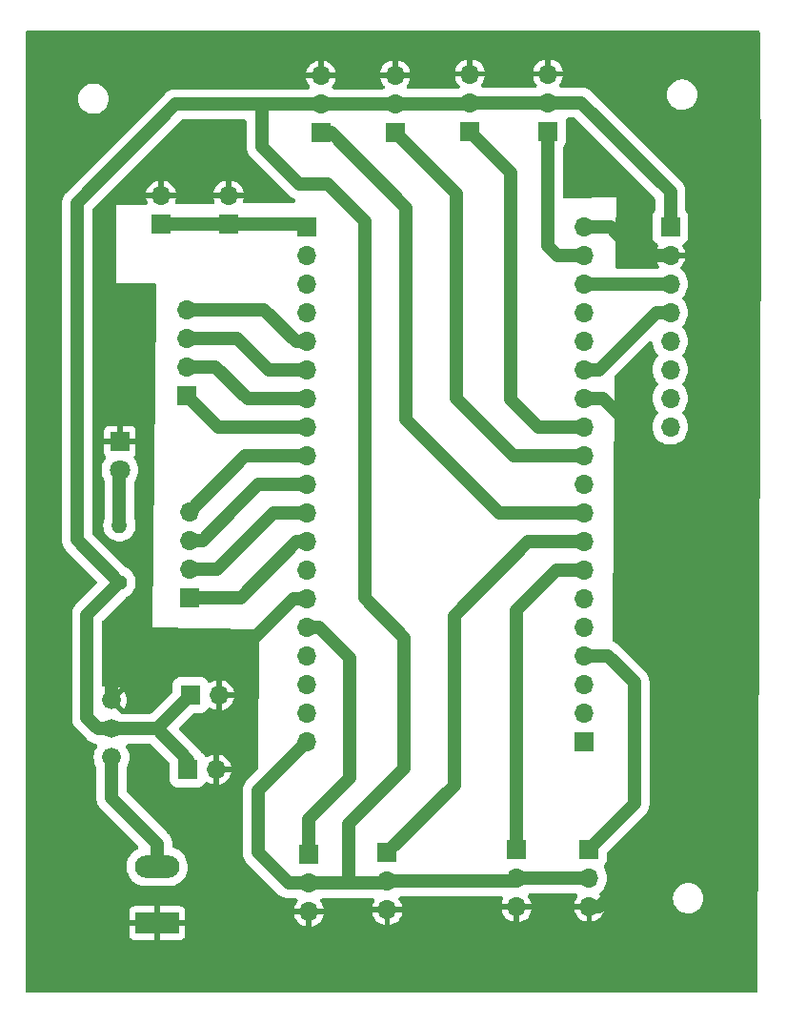
<source format=gbr>
%TF.GenerationSoftware,KiCad,Pcbnew,7.0.1*%
%TF.CreationDate,2023-10-13T19:27:18+02:00*%
%TF.ProjectId,PCB_ESP32,5043425f-4553-4503-9332-2e6b69636164,rev?*%
%TF.SameCoordinates,Original*%
%TF.FileFunction,Copper,L2,Bot*%
%TF.FilePolarity,Positive*%
%FSLAX46Y46*%
G04 Gerber Fmt 4.6, Leading zero omitted, Abs format (unit mm)*
G04 Created by KiCad (PCBNEW 7.0.1) date 2023-10-13 19:27:18*
%MOMM*%
%LPD*%
G01*
G04 APERTURE LIST*
%TA.AperFunction,ComponentPad*%
%ADD10R,1.700000X1.700000*%
%TD*%
%TA.AperFunction,ComponentPad*%
%ADD11O,1.700000X1.700000*%
%TD*%
%TA.AperFunction,ComponentPad*%
%ADD12R,1.800000X1.800000*%
%TD*%
%TA.AperFunction,ComponentPad*%
%ADD13C,1.800000*%
%TD*%
%TA.AperFunction,ComponentPad*%
%ADD14R,3.960000X1.980000*%
%TD*%
%TA.AperFunction,ComponentPad*%
%ADD15O,3.960000X1.980000*%
%TD*%
%TA.AperFunction,ComponentPad*%
%ADD16C,1.676400*%
%TD*%
%TA.AperFunction,ComponentPad*%
%ADD17C,1.400000*%
%TD*%
%TA.AperFunction,ComponentPad*%
%ADD18O,1.400000X1.400000*%
%TD*%
%TA.AperFunction,Conductor*%
%ADD19C,1.200000*%
%TD*%
G04 APERTURE END LIST*
D10*
%TO.P,J17,1,Pin_1*%
%TO.N,3V3*%
X104350000Y-104225000D03*
D11*
%TO.P,J17,2,Pin_2*%
%TO.N,GND*%
X104350000Y-101685000D03*
%TD*%
D10*
%TO.P,KNEE_L1,1,Pin_1*%
%TO.N,G17*%
X118550000Y-96140000D03*
D11*
%TO.P,KNEE_L1,2,Pin_2*%
%TO.N,VCC*%
X118550000Y-93600000D03*
%TO.P,KNEE_L1,3,Pin_3*%
%TO.N,GND*%
X118550000Y-91060000D03*
%TD*%
D10*
%TO.P,GAL_R1,1,Pin_1*%
%TO.N,G14*%
X106850000Y-137390000D03*
D11*
%TO.P,GAL_R1,2,Pin_2*%
%TO.N,G27*%
X106850000Y-134850000D03*
%TO.P,GAL_R1,3,Pin_3*%
%TO.N,G26*%
X106850000Y-132310000D03*
%TO.P,GAL_R1,4,Pin_4*%
%TO.N,G25*%
X106850000Y-129770000D03*
%TD*%
D10*
%TO.P,J18,1,Pin_1*%
%TO.N,VCC*%
X106975000Y-146050000D03*
D11*
%TO.P,J18,2,Pin_2*%
%TO.N,GND*%
X109515000Y-146050000D03*
%TD*%
D10*
%TO.P,HIP2_L1,1,Pin_1*%
%TO.N,G4*%
X135950000Y-159800000D03*
D11*
%TO.P,HIP2_L1,2,Pin_2*%
%TO.N,VCC*%
X135950000Y-162340000D03*
%TO.P,HIP2_L1,3,Pin_3*%
%TO.N,GND*%
X135950000Y-164880000D03*
%TD*%
D10*
%TO.P,J16,1,Pin_1*%
%TO.N,3V3*%
X110350000Y-104200000D03*
D11*
%TO.P,J16,2,Pin_2*%
%TO.N,GND*%
X110350000Y-101660000D03*
%TD*%
D10*
%TO.P,J2,1,Pin_1*%
%TO.N,VCC*%
X149600000Y-104450000D03*
D11*
%TO.P,J2,2,Pin_2*%
%TO.N,GND*%
X149600000Y-106990000D03*
%TO.P,J2,3,Pin_3*%
%TO.N,G22*%
X149600000Y-109530000D03*
%TO.P,J2,4,Pin_4*%
%TO.N,G21*%
X149600000Y-112070000D03*
%TO.P,J2,5,Pin_5*%
%TO.N,unconnected-(J2-Pin_5-Pad5)*%
X149600000Y-114610000D03*
%TO.P,J2,6,Pin_6*%
%TO.N,unconnected-(J2-Pin_6-Pad6)*%
X149600000Y-117150000D03*
%TO.P,J2,7,Pin_7*%
%TO.N,unconnected-(J2-Pin_7-Pad7)*%
X149600000Y-119690000D03*
%TO.P,J2,8,Pin_8*%
%TO.N,unconnected-(J2-Pin_8-Pad8)*%
X149600000Y-122230000D03*
%TD*%
D10*
%TO.P,J4,1,Pin_1*%
%TO.N,CLK*%
X141900000Y-150200000D03*
D11*
%TO.P,J4,2,Pin_2*%
%TO.N,SD0*%
X141900000Y-147660000D03*
%TO.P,J4,3,Pin_3*%
%TO.N,SD1*%
X141900000Y-145120000D03*
%TO.P,J4,4,Pin_4*%
%TO.N,G15*%
X141900000Y-142580000D03*
%TO.P,J4,5,Pin_5*%
%TO.N,G2*%
X141900000Y-140040000D03*
%TO.P,J4,6,Pin_6*%
%TO.N,G0*%
X141900000Y-137500000D03*
%TO.P,J4,7,Pin_7*%
%TO.N,G4*%
X141900000Y-134960000D03*
%TO.P,J4,8,Pin_8*%
%TO.N,G16*%
X141900000Y-132420000D03*
%TO.P,J4,9,Pin_9*%
%TO.N,G17*%
X141900000Y-129880000D03*
%TO.P,J4,10,Pin_10*%
%TO.N,G5*%
X141900000Y-127340000D03*
%TO.P,J4,11,Pin_11*%
%TO.N,G18*%
X141900000Y-124800000D03*
%TO.P,J4,12,Pin_12*%
%TO.N,G19*%
X141900000Y-122260000D03*
%TO.P,J4,13,Pin_13*%
%TO.N,GND*%
X141900000Y-119720000D03*
%TO.P,J4,14,Pin_14*%
%TO.N,G21*%
X141900000Y-117180000D03*
%TO.P,J4,15,Pin_15*%
%TO.N,RX0*%
X141900000Y-114640000D03*
%TO.P,J4,16,Pin_16*%
%TO.N,TX0*%
X141900000Y-112100000D03*
%TO.P,J4,17,Pin_17*%
%TO.N,G22*%
X141900000Y-109560000D03*
%TO.P,J4,18,Pin_18*%
%TO.N,G23*%
X141900000Y-107020000D03*
%TO.P,J4,19,Pin_19*%
%TO.N,GND*%
X141900000Y-104480000D03*
%TD*%
D10*
%TO.P,HIP2_R1,1,Pin_1*%
%TO.N,G16*%
X124450000Y-160050000D03*
D11*
%TO.P,HIP2_R1,2,Pin_2*%
%TO.N,VCC*%
X124450000Y-162590000D03*
%TO.P,HIP2_R1,3,Pin_3*%
%TO.N,GND*%
X124450000Y-165130000D03*
%TD*%
%TO.P,HIP_R1,3,Pin_3*%
%TO.N,GND*%
X117500000Y-165280000D03*
%TO.P,HIP_R1,2,Pin_2*%
%TO.N,VCC*%
X117500000Y-162740000D03*
D10*
%TO.P,HIP_R1,1,Pin_1*%
%TO.N,G13*%
X117500000Y-160200000D03*
%TD*%
%TO.P,KNEE_R1,1,Pin_1*%
%TO.N,G19*%
X131800000Y-95980000D03*
D11*
%TO.P,KNEE_R1,2,Pin_2*%
%TO.N,VCC*%
X131800000Y-93440000D03*
%TO.P,KNEE_R1,3,Pin_3*%
%TO.N,GND*%
X131800000Y-90900000D03*
%TD*%
D12*
%TO.P,D1,1,K*%
%TO.N,GND*%
X100700000Y-123560000D03*
D13*
%TO.P,D1,2,A*%
%TO.N,Net-(D1-A)*%
X100700000Y-126100000D03*
%TD*%
D14*
%TO.P,J1,1,Pin_1*%
%TO.N,GND*%
X104000000Y-166300000D03*
D15*
%TO.P,J1,2,Pin_2*%
%TO.N,+5V*%
X104000000Y-161300000D03*
%TD*%
D11*
%TO.P,ANKLE_L1,3,Pin_3*%
%TO.N,GND*%
X142400000Y-164830000D03*
%TO.P,ANKLE_L1,2,Pin_2*%
%TO.N,VCC*%
X142400000Y-162290000D03*
D10*
%TO.P,ANKLE_L1,1,Pin_1*%
%TO.N,G15*%
X142400000Y-159750000D03*
%TD*%
%TO.P,GAL_L1,1,Pin_1*%
%TO.N,G33*%
X106600000Y-119440000D03*
D11*
%TO.P,GAL_L1,2,Pin_2*%
%TO.N,G32*%
X106600000Y-116900000D03*
%TO.P,GAL_L1,3,Pin_3*%
%TO.N,G35*%
X106600000Y-114360000D03*
%TO.P,GAL_L1,4,Pin_4*%
%TO.N,G34*%
X106600000Y-111820000D03*
%TD*%
D16*
%TO.P,S1,O*%
%TO.N,GND*%
X99950000Y-146510000D03*
%TO.P,S1,P*%
%TO.N,VCC*%
X99950000Y-149050000D03*
%TO.P,S1,S*%
%TO.N,+5V*%
X99950000Y-151590000D03*
%TD*%
D11*
%TO.P,HIP_L1,3,Pin_3*%
%TO.N,GND*%
X138750000Y-90900000D03*
%TO.P,HIP_L1,2,Pin_2*%
%TO.N,VCC*%
X138750000Y-93440000D03*
D10*
%TO.P,HIP_L1,1,Pin_1*%
%TO.N,G23*%
X138750000Y-95980000D03*
%TD*%
%TO.P,ANKLE_R1,1,Pin_1*%
%TO.N,G18*%
X125150000Y-96080000D03*
D11*
%TO.P,ANKLE_R1,2,Pin_2*%
%TO.N,VCC*%
X125150000Y-93540000D03*
%TO.P,ANKLE_R1,3,Pin_3*%
%TO.N,GND*%
X125150000Y-91000000D03*
%TD*%
D10*
%TO.P,J3,1,Pin_1*%
%TO.N,3V3*%
X117295000Y-104500000D03*
D11*
%TO.P,J3,2,Pin_2*%
%TO.N,EN*%
X117295000Y-107040000D03*
%TO.P,J3,3,Pin_3*%
%TO.N,SP*%
X117295000Y-109580000D03*
%TO.P,J3,4,Pin_4*%
%TO.N,SN*%
X117295000Y-112120000D03*
%TO.P,J3,5,Pin_5*%
%TO.N,G34*%
X117295000Y-114660000D03*
%TO.P,J3,6,Pin_6*%
%TO.N,G35*%
X117295000Y-117200000D03*
%TO.P,J3,7,Pin_7*%
%TO.N,G32*%
X117295000Y-119740000D03*
%TO.P,J3,8,Pin_8*%
%TO.N,G33*%
X117295000Y-122280000D03*
%TO.P,J3,9,Pin_9*%
%TO.N,G25*%
X117295000Y-124820000D03*
%TO.P,J3,10,Pin_10*%
%TO.N,G26*%
X117295000Y-127360000D03*
%TO.P,J3,11,Pin_11*%
%TO.N,G27*%
X117295000Y-129900000D03*
%TO.P,J3,12,Pin_12*%
%TO.N,G14*%
X117295000Y-132440000D03*
%TO.P,J3,13,Pin_13*%
%TO.N,G12*%
X117295000Y-134980000D03*
%TO.P,J3,14,Pin_14*%
%TO.N,GND*%
X117295000Y-137520000D03*
%TO.P,J3,15,Pin_15*%
%TO.N,G13*%
X117295000Y-140060000D03*
%TO.P,J3,16,Pin_16*%
%TO.N,SD2*%
X117295000Y-142600000D03*
%TO.P,J3,17,Pin_17*%
%TO.N,SD3*%
X117295000Y-145140000D03*
%TO.P,J3,18,Pin_18*%
%TO.N,CMD*%
X117295000Y-147680000D03*
%TO.P,J3,19,Pin_19*%
%TO.N,VCC*%
X117295000Y-150220000D03*
%TD*%
D17*
%TO.P,R1,1*%
%TO.N,VCC*%
X100650000Y-136040000D03*
D18*
%TO.P,R1,2*%
%TO.N,Net-(D1-A)*%
X100650000Y-130960000D03*
%TD*%
D10*
%TO.P,J19,1,Pin_1*%
%TO.N,VCC*%
X106725000Y-152650000D03*
D11*
%TO.P,J19,2,Pin_2*%
%TO.N,GND*%
X109265000Y-152650000D03*
%TD*%
D19*
%TO.N,VCC*%
X121000000Y-157500000D02*
X121000000Y-162740000D01*
X125950000Y-152550000D02*
X121000000Y-157500000D01*
X122450000Y-103950000D02*
X122450000Y-137450000D01*
X119200000Y-100700000D02*
X122450000Y-103950000D01*
X116650000Y-100700000D02*
X119200000Y-100700000D01*
X113300000Y-97350000D02*
X116650000Y-100700000D01*
X122450000Y-137450000D02*
X125950000Y-140950000D01*
X113300000Y-93600000D02*
X113300000Y-97350000D01*
X125950000Y-140950000D02*
X125950000Y-152550000D01*
X121000000Y-162740000D02*
X124300000Y-162740000D01*
X117500000Y-162740000D02*
X121000000Y-162740000D01*
X113300000Y-93600000D02*
X118550000Y-93600000D01*
X105650000Y-93600000D02*
X113300000Y-93600000D01*
%TO.N,G16*%
X136980000Y-132420000D02*
X141900000Y-132420000D01*
X130400000Y-154100000D02*
X130400000Y-139000000D01*
X130400000Y-139000000D02*
X136980000Y-132420000D01*
X124450000Y-160050000D02*
X130400000Y-154100000D01*
%TO.N,GND*%
X143670000Y-119720000D02*
X141900000Y-119720000D01*
X145700000Y-127300000D02*
X145700000Y-121750000D01*
X150550000Y-132150000D02*
X145700000Y-127300000D01*
X150550000Y-157550000D02*
X150550000Y-132150000D01*
X145700000Y-121750000D02*
X143670000Y-119720000D01*
X143270000Y-164830000D02*
X150550000Y-157550000D01*
X142400000Y-164830000D02*
X143270000Y-164830000D01*
%TO.N,VCC*%
X142350000Y-162340000D02*
X142400000Y-162290000D01*
X135950000Y-162340000D02*
X142350000Y-162340000D01*
X96900000Y-102350000D02*
X105650000Y-93600000D01*
X96900000Y-132290000D02*
X96900000Y-102350000D01*
X100650000Y-136040000D02*
X96900000Y-132290000D01*
X149600000Y-101350000D02*
X149600000Y-104450000D01*
X141690000Y-93440000D02*
X149600000Y-101350000D01*
X138750000Y-93440000D02*
X141690000Y-93440000D01*
%TO.N,G21*%
X148380000Y-112070000D02*
X143270000Y-117180000D01*
X143270000Y-117180000D02*
X141900000Y-117180000D01*
X149600000Y-112070000D02*
X148380000Y-112070000D01*
%TO.N,GND*%
X146790000Y-106990000D02*
X149600000Y-106990000D01*
X144280000Y-104480000D02*
X146790000Y-106990000D01*
X141900000Y-104480000D02*
X144280000Y-104480000D01*
%TO.N,G22*%
X149570000Y-109560000D02*
X149600000Y-109530000D01*
X141900000Y-109560000D02*
X149570000Y-109560000D01*
%TO.N,VCC*%
X112950000Y-157350000D02*
X112950000Y-154565000D01*
X112950000Y-160030000D02*
X112950000Y-157350000D01*
X135700000Y-162590000D02*
X135950000Y-162340000D01*
X124450000Y-162590000D02*
X135700000Y-162590000D01*
X124300000Y-162740000D02*
X124450000Y-162590000D01*
X131800000Y-93440000D02*
X138750000Y-93440000D01*
X131700000Y-93540000D02*
X131800000Y-93440000D01*
X125150000Y-93540000D02*
X131700000Y-93540000D01*
X125090000Y-93600000D02*
X125150000Y-93540000D01*
X118550000Y-93600000D02*
X125090000Y-93600000D01*
%TO.N,G17*%
X134430000Y-129880000D02*
X141900000Y-129880000D01*
X126100000Y-121550000D02*
X134430000Y-129880000D01*
X126100000Y-102750000D02*
X126100000Y-121550000D01*
X118550000Y-96140000D02*
X119490000Y-96140000D01*
X119490000Y-96140000D02*
X126100000Y-102750000D01*
%TO.N,G18*%
X130600000Y-119700000D02*
X135700000Y-124800000D01*
X130600000Y-101530000D02*
X130600000Y-119700000D01*
X135700000Y-124800000D02*
X141900000Y-124800000D01*
X125150000Y-96080000D02*
X130600000Y-101530000D01*
%TO.N,G19*%
X137910000Y-122260000D02*
X141900000Y-122260000D01*
X135450000Y-119800000D02*
X137910000Y-122260000D01*
X131800000Y-95980000D02*
X135450000Y-99630000D01*
X135450000Y-99630000D02*
X135450000Y-119800000D01*
%TO.N,G23*%
X139570000Y-107020000D02*
X141900000Y-107020000D01*
X138750000Y-106200000D02*
X139570000Y-107020000D01*
X138750000Y-95980000D02*
X138750000Y-106200000D01*
%TO.N,G4*%
X139490000Y-134960000D02*
X141900000Y-134960000D01*
X135950000Y-138500000D02*
X139490000Y-134960000D01*
X135950000Y-159800000D02*
X135950000Y-138500000D01*
%TO.N,G15*%
X146400000Y-144900000D02*
X144080000Y-142580000D01*
X144080000Y-142580000D02*
X141900000Y-142580000D01*
X146400000Y-155750000D02*
X146400000Y-144900000D01*
X142400000Y-159750000D02*
X146400000Y-155750000D01*
%TO.N,G13*%
X118399824Y-140060000D02*
X117295000Y-140060000D01*
X121100000Y-142760176D02*
X118399824Y-140060000D01*
X121100000Y-153450000D02*
X121100000Y-142760176D01*
X117500000Y-157050000D02*
X121100000Y-153450000D01*
X117500000Y-160200000D02*
X117500000Y-157050000D01*
%TO.N,+5V*%
X104000000Y-159250000D02*
X99950000Y-155200000D01*
X104000000Y-161300000D02*
X104000000Y-159250000D01*
%TO.N,VCC*%
X112950000Y-154565000D02*
X117295000Y-150220000D01*
X115660000Y-162740000D02*
X112950000Y-160030000D01*
X117500000Y-162740000D02*
X115660000Y-162740000D01*
X106725000Y-151800000D02*
X103975000Y-149050000D01*
X97771800Y-138918200D02*
X100650000Y-136040000D01*
X99950000Y-149050000D02*
X103975000Y-149050000D01*
X99950000Y-149050000D02*
X98764607Y-149050000D01*
X106725000Y-152650000D02*
X106725000Y-151800000D01*
X103975000Y-149050000D02*
X106975000Y-146050000D01*
X98764607Y-149050000D02*
X97771800Y-148057193D01*
X97771800Y-148057193D02*
X97771800Y-138918200D01*
%TO.N,GND*%
X99950000Y-145050000D02*
X104200000Y-140800000D01*
X110325000Y-101685000D02*
X110350000Y-101660000D01*
X104200000Y-140800000D02*
X112812919Y-140800000D01*
X116092919Y-137520000D02*
X117295000Y-137520000D01*
X112812919Y-140800000D02*
X116092919Y-137520000D01*
X99950000Y-146510000D02*
X99950000Y-145050000D01*
%TO.N,Net-(D1-A)*%
X100650000Y-126150000D02*
X100700000Y-126100000D01*
X100650000Y-130960000D02*
X100650000Y-126150000D01*
%TO.N,G33*%
X106600000Y-119440000D02*
X109440000Y-122280000D01*
X109440000Y-122280000D02*
X117295000Y-122280000D01*
%TO.N,G32*%
X112040000Y-119740000D02*
X117295000Y-119740000D01*
X106600000Y-116900000D02*
X109200000Y-116900000D01*
X109200000Y-116900000D02*
X112040000Y-119740000D01*
%TO.N,G35*%
X113950000Y-117200000D02*
X117295000Y-117200000D01*
X106600000Y-114360000D02*
X111110000Y-114360000D01*
X111110000Y-114360000D02*
X113950000Y-117200000D01*
%TO.N,G34*%
X116370176Y-114660000D02*
X117295000Y-114660000D01*
X106600000Y-111820000D02*
X113530176Y-111820000D01*
X113530176Y-111820000D02*
X116370176Y-114660000D01*
%TO.N,G14*%
X111420176Y-137390000D02*
X116370176Y-132440000D01*
X106850000Y-137390000D02*
X111420176Y-137390000D01*
X116370176Y-132440000D02*
X117295000Y-132440000D01*
%TO.N,G27*%
X109350000Y-134850000D02*
X114300000Y-129900000D01*
X106850000Y-134850000D02*
X109350000Y-134850000D01*
X114300000Y-129900000D02*
X117295000Y-129900000D01*
%TO.N,G26*%
X110700000Y-129650000D02*
X112990000Y-127360000D01*
X106850000Y-132310000D02*
X108052081Y-132310000D01*
X112990000Y-127360000D02*
X117295000Y-127360000D01*
X110700000Y-129662081D02*
X110700000Y-129650000D01*
X108052081Y-132310000D02*
X110700000Y-129662081D01*
%TO.N,G25*%
X106850000Y-129770000D02*
X111800000Y-124820000D01*
X111800000Y-124820000D02*
X117295000Y-124820000D01*
%TO.N,+5V*%
X99950000Y-151590000D02*
X99950000Y-155200000D01*
%TO.N,3V3*%
X110350000Y-104200000D02*
X116995000Y-104200000D01*
X116995000Y-104200000D02*
X117295000Y-104500000D01*
X104350000Y-104225000D02*
X110325000Y-104225000D01*
X110325000Y-104225000D02*
X110350000Y-104200000D01*
%TD*%
%TA.AperFunction,Conductor*%
%TO.N,GND*%
G36*
X157477650Y-87065086D02*
G01*
X157542131Y-87108058D01*
X157585311Y-87172399D01*
X157600644Y-87248354D01*
X157649997Y-102449281D01*
X157649996Y-102450778D01*
X157351277Y-172301351D01*
X157335886Y-172377243D01*
X157292692Y-172441515D01*
X157228236Y-172484433D01*
X157152279Y-172499500D01*
X92499500Y-172499500D01*
X92423346Y-172484352D01*
X92358786Y-172441214D01*
X92315648Y-172376654D01*
X92300500Y-172300500D01*
X92300500Y-166550000D01*
X101520000Y-166550000D01*
X101520000Y-167337827D01*
X101526402Y-167397377D01*
X101576646Y-167532087D01*
X101662811Y-167647188D01*
X101777912Y-167733353D01*
X101912622Y-167783597D01*
X101972173Y-167790000D01*
X103750000Y-167790000D01*
X103750000Y-166550000D01*
X104250000Y-166550000D01*
X104250000Y-167790000D01*
X106027827Y-167790000D01*
X106087377Y-167783597D01*
X106222087Y-167733353D01*
X106337188Y-167647188D01*
X106423353Y-167532087D01*
X106473597Y-167397377D01*
X106480000Y-167337827D01*
X106480000Y-166550000D01*
X104250000Y-166550000D01*
X103750000Y-166550000D01*
X101520000Y-166550000D01*
X92300500Y-166550000D01*
X92300500Y-166050000D01*
X101520000Y-166050000D01*
X103750000Y-166050000D01*
X103750000Y-164810000D01*
X104250000Y-164810000D01*
X104250000Y-166050000D01*
X106480000Y-166050000D01*
X106480000Y-165530000D01*
X116169364Y-165530000D01*
X116226568Y-165743490D01*
X116326399Y-165957577D01*
X116461891Y-166151079D01*
X116628920Y-166318108D01*
X116822422Y-166453600D01*
X117036509Y-166553431D01*
X117249999Y-166610636D01*
X117250000Y-166610636D01*
X117250000Y-165530000D01*
X117750000Y-165530000D01*
X117750000Y-166610636D01*
X117963490Y-166553431D01*
X118177577Y-166453600D01*
X118371079Y-166318108D01*
X118538108Y-166151079D01*
X118673600Y-165957577D01*
X118773431Y-165743490D01*
X118830636Y-165530000D01*
X117750000Y-165530000D01*
X117250000Y-165530000D01*
X116169364Y-165530000D01*
X106480000Y-165530000D01*
X106480000Y-165380000D01*
X123119364Y-165380000D01*
X123176568Y-165593490D01*
X123276399Y-165807577D01*
X123411891Y-166001079D01*
X123578920Y-166168108D01*
X123772422Y-166303600D01*
X123986509Y-166403431D01*
X124199999Y-166460636D01*
X124200000Y-166460636D01*
X124200000Y-165380000D01*
X124700000Y-165380000D01*
X124700000Y-166460636D01*
X124913490Y-166403431D01*
X125127577Y-166303600D01*
X125321079Y-166168108D01*
X125488108Y-166001079D01*
X125623600Y-165807577D01*
X125723431Y-165593490D01*
X125780636Y-165380000D01*
X124700000Y-165380000D01*
X124200000Y-165380000D01*
X123119364Y-165380000D01*
X106480000Y-165380000D01*
X106480000Y-165262173D01*
X106473597Y-165202622D01*
X106446511Y-165130000D01*
X134619364Y-165130000D01*
X134676568Y-165343490D01*
X134776399Y-165557577D01*
X134911891Y-165751079D01*
X135078920Y-165918108D01*
X135272422Y-166053600D01*
X135486509Y-166153431D01*
X135699999Y-166210636D01*
X135700000Y-166210636D01*
X135700000Y-165130000D01*
X136200000Y-165130000D01*
X136200000Y-166210636D01*
X136413490Y-166153431D01*
X136627577Y-166053600D01*
X136821079Y-165918108D01*
X136988108Y-165751079D01*
X137123600Y-165557577D01*
X137223431Y-165343490D01*
X137280636Y-165130000D01*
X136200000Y-165130000D01*
X135700000Y-165130000D01*
X134619364Y-165130000D01*
X106446511Y-165130000D01*
X106427862Y-165080000D01*
X141069364Y-165080000D01*
X141126568Y-165293490D01*
X141226399Y-165507577D01*
X141361891Y-165701079D01*
X141528920Y-165868108D01*
X141722422Y-166003600D01*
X141936509Y-166103431D01*
X142149999Y-166160636D01*
X142150000Y-166160636D01*
X142150000Y-165080000D01*
X142650000Y-165080000D01*
X142650000Y-166160636D01*
X142863490Y-166103431D01*
X143077577Y-166003600D01*
X143271079Y-165868108D01*
X143438108Y-165701079D01*
X143573600Y-165507577D01*
X143673431Y-165293490D01*
X143730636Y-165080000D01*
X142650000Y-165080000D01*
X142150000Y-165080000D01*
X141069364Y-165080000D01*
X106427862Y-165080000D01*
X106423353Y-165067912D01*
X106337188Y-164952811D01*
X106222087Y-164866646D01*
X106087377Y-164816402D01*
X106027827Y-164810000D01*
X104250000Y-164810000D01*
X103750000Y-164810000D01*
X101972173Y-164810000D01*
X101912622Y-164816402D01*
X101777912Y-164866646D01*
X101662811Y-164952811D01*
X101576646Y-165067912D01*
X101526402Y-165202622D01*
X101520000Y-165262173D01*
X101520000Y-166050000D01*
X92300500Y-166050000D01*
X92300500Y-132407281D01*
X95559500Y-132407281D01*
X95568194Y-132456591D01*
X95570459Y-132473797D01*
X95574822Y-132523660D01*
X95587782Y-132572029D01*
X95591538Y-132588975D01*
X95600230Y-132638272D01*
X95617353Y-132685318D01*
X95622571Y-132701867D01*
X95635530Y-132750227D01*
X95656684Y-132795592D01*
X95663328Y-132811630D01*
X95680455Y-132858687D01*
X95705490Y-132902048D01*
X95713506Y-132917447D01*
X95734658Y-132962808D01*
X95763374Y-133003819D01*
X95772701Y-133018460D01*
X95797733Y-133061818D01*
X95829906Y-133100159D01*
X95840474Y-133113931D01*
X95869194Y-133154947D01*
X98613532Y-135899285D01*
X98656670Y-135963845D01*
X98671818Y-136039999D01*
X98656670Y-136116153D01*
X98613532Y-136180713D01*
X96812831Y-137981413D01*
X96812829Y-137981417D01*
X96740996Y-138053250D01*
X96712280Y-138094260D01*
X96701718Y-138108025D01*
X96669531Y-138146385D01*
X96644500Y-138189740D01*
X96635176Y-138204376D01*
X96606458Y-138245391D01*
X96585301Y-138290760D01*
X96577289Y-138306152D01*
X96552254Y-138349514D01*
X96535129Y-138396564D01*
X96528488Y-138412596D01*
X96507331Y-138457969D01*
X96494372Y-138506329D01*
X96489155Y-138522875D01*
X96472031Y-138569926D01*
X96463337Y-138619228D01*
X96459581Y-138636168D01*
X96446622Y-138684533D01*
X96442259Y-138734403D01*
X96439994Y-138751609D01*
X96431300Y-138800919D01*
X96431300Y-148174474D01*
X96439994Y-148223784D01*
X96442259Y-148240990D01*
X96446622Y-148290853D01*
X96459582Y-148339222D01*
X96463338Y-148356168D01*
X96472030Y-148405465D01*
X96489153Y-148452511D01*
X96494371Y-148469060D01*
X96507330Y-148517420D01*
X96528484Y-148562785D01*
X96535128Y-148578823D01*
X96552255Y-148625880D01*
X96577290Y-148669241D01*
X96585305Y-148684639D01*
X96606459Y-148730003D01*
X96635174Y-148771012D01*
X96644501Y-148785653D01*
X96669533Y-148829011D01*
X96701706Y-148867352D01*
X96712274Y-148881124D01*
X96716801Y-148887589D01*
X96740995Y-148922141D01*
X96782541Y-148963687D01*
X96782542Y-148963688D01*
X97733802Y-149914948D01*
X97899659Y-150080805D01*
X97933935Y-150104805D01*
X97940670Y-150109521D01*
X97954436Y-150120084D01*
X97992791Y-150152267D01*
X97992793Y-150152268D01*
X98036141Y-150177295D01*
X98050783Y-150186623D01*
X98091794Y-150215339D01*
X98091797Y-150215341D01*
X98137170Y-150236498D01*
X98152562Y-150244511D01*
X98195923Y-150269546D01*
X98242972Y-150286670D01*
X98258995Y-150293306D01*
X98304378Y-150314469D01*
X98304380Y-150314469D01*
X98304381Y-150314470D01*
X98352730Y-150327425D01*
X98369290Y-150332646D01*
X98416335Y-150349769D01*
X98465636Y-150358462D01*
X98482579Y-150362217D01*
X98530943Y-150375177D01*
X98530945Y-150375177D01*
X98541491Y-150378003D01*
X98607796Y-150409843D01*
X98658006Y-150463593D01*
X98685261Y-150531911D01*
X98685839Y-150605462D01*
X98659660Y-150674199D01*
X98539016Y-150871071D01*
X98443924Y-151100644D01*
X98385915Y-151342271D01*
X98366418Y-151590000D01*
X98385915Y-151837728D01*
X98443924Y-152079355D01*
X98539017Y-152308930D01*
X98580175Y-152376093D01*
X98602028Y-152426054D01*
X98609500Y-152480071D01*
X98609500Y-155317281D01*
X98618194Y-155366591D01*
X98620459Y-155383797D01*
X98624822Y-155433660D01*
X98637782Y-155482029D01*
X98641538Y-155498975D01*
X98650230Y-155548272D01*
X98667353Y-155595318D01*
X98672571Y-155611867D01*
X98685530Y-155660227D01*
X98706684Y-155705592D01*
X98713328Y-155721630D01*
X98730455Y-155768687D01*
X98755490Y-155812048D01*
X98763506Y-155827447D01*
X98784658Y-155872808D01*
X98813374Y-155913819D01*
X98822701Y-155928460D01*
X98847733Y-155971818D01*
X98879906Y-156010159D01*
X98890474Y-156023931D01*
X98919194Y-156064947D01*
X102284043Y-159429796D01*
X102324917Y-159489105D01*
X102342000Y-159559080D01*
X102333055Y-159630552D01*
X102299253Y-159694157D01*
X102245023Y-159741564D01*
X102011481Y-159880407D01*
X101806481Y-160049469D01*
X101629696Y-160247837D01*
X101485259Y-160470874D01*
X101376562Y-160713343D01*
X101306154Y-160969555D01*
X101275681Y-161233521D01*
X101285857Y-161499043D01*
X101336448Y-161759900D01*
X101426263Y-162009974D01*
X101426265Y-162009977D01*
X101553203Y-162243412D01*
X101714287Y-162454735D01*
X101905742Y-162638991D01*
X102123080Y-162791863D01*
X102361206Y-162909767D01*
X102614539Y-162989939D01*
X102877142Y-163030500D01*
X105056338Y-163030500D01*
X105056340Y-163030500D01*
X105254937Y-163015253D01*
X105258992Y-163014304D01*
X105513664Y-162954708D01*
X105760117Y-162855379D01*
X105988519Y-162719592D01*
X106193517Y-162550532D01*
X106370305Y-162352161D01*
X106514740Y-162129127D01*
X106623436Y-161886660D01*
X106693846Y-161630441D01*
X106724319Y-161366478D01*
X106714142Y-161100956D01*
X106663552Y-160840100D01*
X106573735Y-160590023D01*
X106446797Y-160356588D01*
X106285713Y-160145265D01*
X106094258Y-159961009D01*
X105876920Y-159808137D01*
X105638794Y-159690233D01*
X105479458Y-159639808D01*
X105407100Y-159598646D01*
X105357912Y-159531487D01*
X105340500Y-159450082D01*
X105340500Y-159132723D01*
X105340500Y-159132721D01*
X105331803Y-159083401D01*
X105329540Y-159066211D01*
X105325177Y-159016336D01*
X105312218Y-158967977D01*
X105308462Y-158951029D01*
X105299769Y-158901728D01*
X105282646Y-158854683D01*
X105277425Y-158838123D01*
X105264470Y-158789774D01*
X105243310Y-158744397D01*
X105236670Y-158728365D01*
X105219546Y-158681316D01*
X105194511Y-158637955D01*
X105186498Y-158622563D01*
X105165341Y-158577190D01*
X105165339Y-158577187D01*
X105136623Y-158536176D01*
X105127295Y-158521534D01*
X105102268Y-158478186D01*
X105102267Y-158478184D01*
X105070084Y-158439829D01*
X105059521Y-158426063D01*
X105057955Y-158423827D01*
X105030805Y-158385052D01*
X104864948Y-158219195D01*
X101348785Y-154703032D01*
X101305648Y-154638473D01*
X101290500Y-154562319D01*
X101290500Y-152480071D01*
X101297972Y-152426054D01*
X101319825Y-152376093D01*
X101360982Y-152308931D01*
X101456076Y-152079354D01*
X101514085Y-151837727D01*
X101533582Y-151590000D01*
X101514085Y-151342273D01*
X101456076Y-151100646D01*
X101360982Y-150871069D01*
X101252154Y-150693477D01*
X101224398Y-150614441D01*
X101231626Y-150530986D01*
X101272557Y-150457899D01*
X101339938Y-150408131D01*
X101421829Y-150390500D01*
X103337319Y-150390500D01*
X103413473Y-150405648D01*
X103478033Y-150448786D01*
X105076214Y-152046967D01*
X105119352Y-152111527D01*
X105134500Y-152187681D01*
X105134500Y-153549340D01*
X105144861Y-153650763D01*
X105199308Y-153815077D01*
X105250555Y-153898160D01*
X105290186Y-153962411D01*
X105412589Y-154084814D01*
X105559921Y-154175690D01*
X105724239Y-154230139D01*
X105825657Y-154240500D01*
X107624342Y-154240499D01*
X107725761Y-154230139D01*
X107807919Y-154202914D01*
X107890077Y-154175691D01*
X107897783Y-154170938D01*
X108037411Y-154084814D01*
X108159814Y-153962411D01*
X108237854Y-153835888D01*
X108293085Y-153777348D01*
X108366985Y-153745470D01*
X108447468Y-153745470D01*
X108521369Y-153777349D01*
X108587421Y-153823600D01*
X108801509Y-153923431D01*
X109014999Y-153980636D01*
X109015000Y-153980636D01*
X109015000Y-152900000D01*
X109515000Y-152900000D01*
X109515000Y-153980636D01*
X109728490Y-153923431D01*
X109942577Y-153823600D01*
X110136079Y-153688108D01*
X110303108Y-153521079D01*
X110438600Y-153327577D01*
X110538431Y-153113490D01*
X110595636Y-152900000D01*
X109515000Y-152900000D01*
X109015000Y-152900000D01*
X109015000Y-151319364D01*
X109014999Y-151319363D01*
X109515000Y-151319363D01*
X109515000Y-152400000D01*
X110595636Y-152400000D01*
X110595636Y-152399999D01*
X110538431Y-152186511D01*
X110438599Y-151972421D01*
X110303108Y-151778920D01*
X110136079Y-151611891D01*
X109942577Y-151476399D01*
X109728490Y-151376568D01*
X109515000Y-151319363D01*
X109014999Y-151319363D01*
X108801511Y-151376568D01*
X108587421Y-151476400D01*
X108521367Y-151522652D01*
X108447466Y-151554529D01*
X108366984Y-151554529D01*
X108293084Y-151522651D01*
X108237854Y-151464111D01*
X108159814Y-151337589D01*
X108037411Y-151215186D01*
X107981092Y-151180447D01*
X107921963Y-151143976D01*
X107863448Y-151088782D01*
X107861642Y-151086204D01*
X107852300Y-151071544D01*
X107827267Y-151028184D01*
X107795090Y-150989836D01*
X107784521Y-150976063D01*
X107762284Y-150944305D01*
X107755805Y-150935052D01*
X107720645Y-150899892D01*
X107720641Y-150899887D01*
X106011467Y-149190713D01*
X105968329Y-149126153D01*
X105953181Y-149049999D01*
X105968329Y-148973845D01*
X106011467Y-148909285D01*
X107221967Y-147698785D01*
X107286527Y-147655647D01*
X107362681Y-147640499D01*
X107874340Y-147640499D01*
X107874342Y-147640499D01*
X107975761Y-147630139D01*
X108057919Y-147602914D01*
X108140077Y-147575691D01*
X108140079Y-147575690D01*
X108287411Y-147484814D01*
X108409814Y-147362411D01*
X108487854Y-147235888D01*
X108543085Y-147177348D01*
X108616985Y-147145470D01*
X108697468Y-147145470D01*
X108771369Y-147177349D01*
X108837421Y-147223600D01*
X109051509Y-147323431D01*
X109264999Y-147380636D01*
X109265000Y-147380636D01*
X109265000Y-146300000D01*
X109765000Y-146300000D01*
X109765000Y-147380636D01*
X109978490Y-147323431D01*
X110192577Y-147223600D01*
X110386079Y-147088108D01*
X110553108Y-146921079D01*
X110688600Y-146727577D01*
X110788431Y-146513490D01*
X110845636Y-146300000D01*
X109765000Y-146300000D01*
X109265000Y-146300000D01*
X109265000Y-144719364D01*
X109264999Y-144719363D01*
X109765000Y-144719363D01*
X109765000Y-145800000D01*
X110845636Y-145800000D01*
X110845636Y-145799999D01*
X110788431Y-145586511D01*
X110688599Y-145372421D01*
X110553108Y-145178920D01*
X110386079Y-145011891D01*
X110192577Y-144876399D01*
X109978490Y-144776568D01*
X109765000Y-144719363D01*
X109264999Y-144719363D01*
X109051511Y-144776568D01*
X108837421Y-144876400D01*
X108771367Y-144922652D01*
X108697466Y-144954529D01*
X108616984Y-144954529D01*
X108543084Y-144922651D01*
X108487854Y-144864111D01*
X108473887Y-144841467D01*
X108409814Y-144737589D01*
X108287411Y-144615186D01*
X108184530Y-144551728D01*
X108140078Y-144524309D01*
X107975762Y-144469861D01*
X107950406Y-144467270D01*
X107874343Y-144459500D01*
X107874340Y-144459500D01*
X106075659Y-144459500D01*
X105974236Y-144469861D01*
X105809922Y-144524308D01*
X105662587Y-144615187D01*
X105540187Y-144737587D01*
X105449309Y-144884921D01*
X105394861Y-145049237D01*
X105394860Y-145049239D01*
X105394861Y-145049239D01*
X105386544Y-145130655D01*
X105384500Y-145150660D01*
X105384500Y-145662318D01*
X105369352Y-145738472D01*
X105326214Y-145803032D01*
X103478033Y-147651214D01*
X103413473Y-147694352D01*
X103337319Y-147709500D01*
X100878376Y-147709500D01*
X100802222Y-147694352D01*
X100737662Y-147651214D01*
X99737161Y-146650713D01*
X99694023Y-146586153D01*
X99678875Y-146510000D01*
X100303553Y-146510000D01*
X101056452Y-147262900D01*
X101056452Y-147262899D01*
X101113343Y-147181653D01*
X101212300Y-146969440D01*
X101272903Y-146743266D01*
X101293311Y-146510000D01*
X101272903Y-146276733D01*
X101212300Y-146050559D01*
X101113342Y-145838343D01*
X101056453Y-145757099D01*
X101056452Y-145757099D01*
X100303553Y-146510000D01*
X99678875Y-146510000D01*
X99678875Y-146509999D01*
X99694023Y-146433845D01*
X99737161Y-146369284D01*
X99950000Y-146156446D01*
X99950000Y-146156447D01*
X100702899Y-145403546D01*
X100702899Y-145403545D01*
X100621654Y-145346657D01*
X100409440Y-145247699D01*
X100183266Y-145187096D01*
X99949999Y-145166688D01*
X99716733Y-145187096D01*
X99490559Y-145247699D01*
X99395401Y-145292073D01*
X99318245Y-145310597D01*
X99239985Y-145297500D01*
X99173063Y-145254867D01*
X99128120Y-145189473D01*
X99112300Y-145111718D01*
X99112300Y-139555881D01*
X99127448Y-139479727D01*
X99170586Y-139415167D01*
X100173157Y-138412596D01*
X101191458Y-137394294D01*
X101237456Y-137359996D01*
X101440578Y-137250072D01*
X101482339Y-137217568D01*
X101628968Y-137103443D01*
X101790653Y-136927806D01*
X101921224Y-136727952D01*
X102017119Y-136509333D01*
X102075723Y-136277911D01*
X102075723Y-136277909D01*
X102075724Y-136277906D01*
X102095437Y-136039999D01*
X102075724Y-135802093D01*
X102053656Y-135714948D01*
X102017119Y-135570667D01*
X101921224Y-135352048D01*
X101790653Y-135152194D01*
X101628968Y-134976557D01*
X101628967Y-134976556D01*
X101440580Y-134829929D01*
X101237455Y-134720003D01*
X101191455Y-134685702D01*
X98298786Y-131793033D01*
X98255648Y-131728473D01*
X98240500Y-131652319D01*
X98240500Y-126100000D01*
X99054427Y-126100000D01*
X99074687Y-126357425D01*
X99134967Y-126608511D01*
X99233782Y-126847072D01*
X99280176Y-126922780D01*
X99302029Y-126972741D01*
X99309500Y-127026757D01*
X99309500Y-130388255D01*
X99292739Y-130468193D01*
X99282881Y-130490666D01*
X99224275Y-130722093D01*
X99204562Y-130960000D01*
X99224275Y-131197906D01*
X99282881Y-131429333D01*
X99378776Y-131647953D01*
X99509347Y-131847806D01*
X99671032Y-132023443D01*
X99859419Y-132170070D01*
X99864318Y-132172721D01*
X100069375Y-132283693D01*
X100295166Y-132361207D01*
X100530637Y-132400500D01*
X100769363Y-132400500D01*
X101004834Y-132361207D01*
X101230625Y-132283693D01*
X101440579Y-132170071D01*
X101628968Y-132023443D01*
X101790653Y-131847806D01*
X101921224Y-131647952D01*
X102017119Y-131429333D01*
X102075723Y-131197911D01*
X102075723Y-131197909D01*
X102075724Y-131197906D01*
X102095437Y-130960000D01*
X102075724Y-130722093D01*
X102072095Y-130707763D01*
X102017119Y-130490667D01*
X102007261Y-130468193D01*
X101990500Y-130388255D01*
X101990500Y-127188426D01*
X102002800Y-127119550D01*
X102024964Y-127081732D01*
X102023113Y-127080598D01*
X102031294Y-127067246D01*
X102031297Y-127067244D01*
X102166216Y-126847075D01*
X102265033Y-126608510D01*
X102325313Y-126357424D01*
X102345573Y-126100000D01*
X102325313Y-125842576D01*
X102265033Y-125591490D01*
X102166216Y-125352925D01*
X102031297Y-125132756D01*
X101969302Y-125060169D01*
X101935054Y-125002798D01*
X101921727Y-124937323D01*
X101930823Y-124871127D01*
X101961318Y-124811673D01*
X102043352Y-124702089D01*
X102093597Y-124567377D01*
X102100000Y-124507827D01*
X102100000Y-123810000D01*
X99300000Y-123810000D01*
X99300000Y-124507827D01*
X99306402Y-124567377D01*
X99356646Y-124702089D01*
X99438682Y-124811674D01*
X99469176Y-124871127D01*
X99478272Y-124937323D01*
X99464945Y-125002798D01*
X99430696Y-125060170D01*
X99368707Y-125132750D01*
X99233782Y-125352927D01*
X99134967Y-125591488D01*
X99074687Y-125842574D01*
X99054427Y-126100000D01*
X98240500Y-126100000D01*
X98240500Y-123310000D01*
X99300000Y-123310000D01*
X100450000Y-123310000D01*
X100450000Y-122160000D01*
X100950000Y-122160000D01*
X100950000Y-123310000D01*
X102100000Y-123310000D01*
X102100000Y-122612173D01*
X102093597Y-122552622D01*
X102043353Y-122417912D01*
X101957188Y-122302811D01*
X101842087Y-122216646D01*
X101707377Y-122166402D01*
X101647827Y-122160000D01*
X100950000Y-122160000D01*
X100450000Y-122160000D01*
X99752173Y-122160000D01*
X99692622Y-122166402D01*
X99557912Y-122216646D01*
X99442811Y-122302811D01*
X99356646Y-122417912D01*
X99306402Y-122552622D01*
X99300000Y-122612173D01*
X99300000Y-123310000D01*
X98240500Y-123310000D01*
X98240500Y-102987681D01*
X98255648Y-102911527D01*
X98298786Y-102846967D01*
X99710754Y-101434999D01*
X103019363Y-101434999D01*
X103019364Y-101435000D01*
X104100000Y-101435000D01*
X104100000Y-100354364D01*
X104099999Y-100354363D01*
X104600000Y-100354363D01*
X104600000Y-101435000D01*
X105680636Y-101435000D01*
X105680636Y-101434999D01*
X105673937Y-101409999D01*
X109019363Y-101409999D01*
X109019364Y-101410000D01*
X110100000Y-101410000D01*
X110100000Y-100329364D01*
X110099999Y-100329363D01*
X110600000Y-100329363D01*
X110600000Y-101410000D01*
X111680636Y-101410000D01*
X111680636Y-101409999D01*
X111623431Y-101196511D01*
X111523599Y-100982421D01*
X111388108Y-100788920D01*
X111221079Y-100621891D01*
X111027577Y-100486399D01*
X110813490Y-100386568D01*
X110600000Y-100329363D01*
X110099999Y-100329363D01*
X109886511Y-100386568D01*
X109672421Y-100486400D01*
X109478920Y-100621891D01*
X109311891Y-100788920D01*
X109176400Y-100982421D01*
X109076568Y-101196511D01*
X109019363Y-101409999D01*
X105673937Y-101409999D01*
X105623431Y-101221511D01*
X105523599Y-101007421D01*
X105388108Y-100813920D01*
X105221079Y-100646891D01*
X105027577Y-100511399D01*
X104813490Y-100411568D01*
X104600000Y-100354363D01*
X104099999Y-100354363D01*
X103886511Y-100411568D01*
X103672421Y-100511400D01*
X103478920Y-100646891D01*
X103311891Y-100813920D01*
X103176400Y-101007421D01*
X103076568Y-101221511D01*
X103019363Y-101434999D01*
X99710754Y-101434999D01*
X106146967Y-94998786D01*
X106211527Y-94955648D01*
X106287681Y-94940500D01*
X111760500Y-94940500D01*
X111836654Y-94955648D01*
X111901214Y-94998786D01*
X111944352Y-95063346D01*
X111959500Y-95139500D01*
X111959500Y-97467281D01*
X111968194Y-97516591D01*
X111970459Y-97533797D01*
X111974822Y-97583660D01*
X111987782Y-97632029D01*
X111991538Y-97648975D01*
X112000230Y-97698272D01*
X112017353Y-97745318D01*
X112022571Y-97761867D01*
X112035530Y-97810227D01*
X112056684Y-97855592D01*
X112063328Y-97871630D01*
X112080455Y-97918687D01*
X112105490Y-97962048D01*
X112113506Y-97977447D01*
X112134658Y-98022808D01*
X112163374Y-98063819D01*
X112172701Y-98078460D01*
X112197733Y-98121818D01*
X112229906Y-98160159D01*
X112240474Y-98173931D01*
X112269194Y-98214947D01*
X112310742Y-98256495D01*
X115749881Y-101695635D01*
X115749893Y-101695646D01*
X115785051Y-101730804D01*
X115826060Y-101759519D01*
X115839832Y-101770087D01*
X115878180Y-101802265D01*
X115878181Y-101802266D01*
X115878183Y-101802267D01*
X115921540Y-101827298D01*
X115936181Y-101836626D01*
X115977188Y-101865340D01*
X115977189Y-101865340D01*
X115977190Y-101865341D01*
X116022571Y-101886502D01*
X116037943Y-101894503D01*
X116081316Y-101919545D01*
X116128359Y-101936667D01*
X116144386Y-101943306D01*
X116170897Y-101955668D01*
X116240766Y-102009950D01*
X116280199Y-102089153D01*
X116281402Y-102177622D01*
X116244136Y-102257867D01*
X116175768Y-102314028D01*
X116089813Y-102335001D01*
X111809935Y-102399848D01*
X111731390Y-102384980D01*
X111665033Y-102340403D01*
X111621572Y-102273309D01*
X111608021Y-102194526D01*
X111620829Y-102140818D01*
X111618925Y-102140308D01*
X111680636Y-101910000D01*
X109019364Y-101910000D01*
X109076568Y-102123488D01*
X109093878Y-102160610D01*
X109112379Y-102237163D01*
X109099733Y-102314899D01*
X109057921Y-102381640D01*
X108993492Y-102426935D01*
X108916537Y-102443687D01*
X105778982Y-102491226D01*
X105700437Y-102476358D01*
X105634081Y-102431781D01*
X105590620Y-102364688D01*
X105577068Y-102285906D01*
X105595612Y-102208147D01*
X105623431Y-102148487D01*
X105680636Y-101935000D01*
X103019364Y-101935000D01*
X103076568Y-102148490D01*
X103124396Y-102251056D01*
X103142898Y-102327609D01*
X103130252Y-102405345D01*
X103088440Y-102472087D01*
X103024011Y-102517382D01*
X102947056Y-102534134D01*
X100351912Y-102573454D01*
X100399999Y-109449999D01*
X100400000Y-109450000D01*
X103699040Y-109450000D01*
X103775644Y-109465335D01*
X103840442Y-109508977D01*
X103883447Y-109574200D01*
X103898029Y-109650950D01*
X103883082Y-111175654D01*
X103599999Y-140049999D01*
X103600000Y-140050000D01*
X112903847Y-140245870D01*
X112979017Y-140262335D01*
X113042321Y-140306090D01*
X113084291Y-140370591D01*
X113098651Y-140446194D01*
X113015652Y-152522529D01*
X113000246Y-152597946D01*
X112957371Y-152661875D01*
X112085052Y-153534195D01*
X111919196Y-153700050D01*
X111890480Y-153741060D01*
X111879918Y-153754825D01*
X111847731Y-153793185D01*
X111822700Y-153836540D01*
X111813376Y-153851176D01*
X111784658Y-153892191D01*
X111763501Y-153937560D01*
X111755489Y-153952952D01*
X111730454Y-153996314D01*
X111713329Y-154043364D01*
X111706688Y-154059396D01*
X111685531Y-154104769D01*
X111672572Y-154153129D01*
X111667355Y-154169675D01*
X111650231Y-154216726D01*
X111641537Y-154266028D01*
X111637781Y-154282968D01*
X111624822Y-154331333D01*
X111620459Y-154381203D01*
X111618194Y-154398409D01*
X111609500Y-154447719D01*
X111609500Y-160147281D01*
X111618194Y-160196591D01*
X111620459Y-160213797D01*
X111624822Y-160263660D01*
X111637782Y-160312029D01*
X111641538Y-160328975D01*
X111650230Y-160378272D01*
X111667353Y-160425318D01*
X111672571Y-160441867D01*
X111685530Y-160490227D01*
X111706684Y-160535592D01*
X111713328Y-160551630D01*
X111730455Y-160598687D01*
X111755490Y-160642048D01*
X111763505Y-160657446D01*
X111784659Y-160702810D01*
X111813374Y-160743819D01*
X111822701Y-160758460D01*
X111847733Y-160801818D01*
X111879906Y-160840159D01*
X111890474Y-160853931D01*
X111919194Y-160894947D01*
X114795052Y-163770805D01*
X114836063Y-163799522D01*
X114849834Y-163810088D01*
X114871175Y-163827995D01*
X114888184Y-163842267D01*
X114931544Y-163867301D01*
X114946171Y-163876619D01*
X114987190Y-163905341D01*
X115032567Y-163926500D01*
X115047948Y-163934506D01*
X115091317Y-163959546D01*
X115131424Y-163974143D01*
X115138362Y-163976669D01*
X115154404Y-163983314D01*
X115199770Y-164004469D01*
X115228166Y-164012077D01*
X115248129Y-164017426D01*
X115264674Y-164022642D01*
X115311728Y-164039769D01*
X115361040Y-164048463D01*
X115377981Y-164052220D01*
X115426336Y-164065177D01*
X115476213Y-164069540D01*
X115493402Y-164071803D01*
X115542722Y-164080500D01*
X115601478Y-164080500D01*
X115777279Y-164080500D01*
X116309884Y-164080500D01*
X116386038Y-164095648D01*
X116450598Y-164138786D01*
X116493736Y-164203346D01*
X116508884Y-164279500D01*
X116493736Y-164355654D01*
X116469012Y-164392655D01*
X116471876Y-164394661D01*
X116326400Y-164602421D01*
X116226568Y-164816511D01*
X116169363Y-165029999D01*
X116169364Y-165030000D01*
X118830636Y-165030000D01*
X118830636Y-165029999D01*
X118773431Y-164816511D01*
X118673599Y-164602421D01*
X118528124Y-164394661D01*
X118530987Y-164392655D01*
X118506264Y-164355654D01*
X118491116Y-164279500D01*
X118506264Y-164203346D01*
X118549402Y-164138786D01*
X118613962Y-164095648D01*
X118690116Y-164080500D01*
X120932787Y-164080500D01*
X120950130Y-164081257D01*
X120952495Y-164081463D01*
X121000000Y-164085620D01*
X121047504Y-164081463D01*
X121049870Y-164081257D01*
X121067213Y-164080500D01*
X123154548Y-164080500D01*
X123238649Y-164099145D01*
X123306991Y-164151586D01*
X123346767Y-164227995D01*
X123350525Y-164314057D01*
X123317559Y-164393642D01*
X123276400Y-164452421D01*
X123176568Y-164666511D01*
X123119363Y-164879999D01*
X123119364Y-164880000D01*
X125780636Y-164880000D01*
X125780636Y-164879999D01*
X125723431Y-164666511D01*
X125623599Y-164452421D01*
X125478124Y-164244661D01*
X125480987Y-164242655D01*
X125456264Y-164205654D01*
X125441116Y-164129500D01*
X125456264Y-164053346D01*
X125499402Y-163988786D01*
X125563962Y-163945648D01*
X125640116Y-163930500D01*
X134590832Y-163930500D01*
X134668588Y-163946320D01*
X134733981Y-163991263D01*
X134776615Y-164058185D01*
X134789711Y-164136445D01*
X134771187Y-164213601D01*
X134676568Y-164416509D01*
X134619363Y-164629999D01*
X134619364Y-164630000D01*
X137280636Y-164630000D01*
X137280636Y-164629999D01*
X137223431Y-164416511D01*
X137123599Y-164202421D01*
X136978124Y-163994661D01*
X136980987Y-163992655D01*
X136956264Y-163955654D01*
X136941116Y-163879500D01*
X136956264Y-163803346D01*
X136999402Y-163738786D01*
X137063962Y-163695648D01*
X137140116Y-163680500D01*
X141174568Y-163680500D01*
X141258669Y-163699145D01*
X141327011Y-163751585D01*
X141366787Y-163827995D01*
X141370545Y-163914056D01*
X141337579Y-163993642D01*
X141226400Y-164152421D01*
X141126568Y-164366511D01*
X141069363Y-164579999D01*
X141069364Y-164580000D01*
X143730636Y-164580000D01*
X143730636Y-164579999D01*
X143673431Y-164366511D01*
X143573599Y-164152421D01*
X143536893Y-164100000D01*
X149844341Y-164100000D01*
X149864937Y-164335412D01*
X149926095Y-164563659D01*
X149926096Y-164563661D01*
X149926097Y-164563663D01*
X150025965Y-164777829D01*
X150025966Y-164777830D01*
X150025967Y-164777832D01*
X150161503Y-164971399D01*
X150161505Y-164971401D01*
X150328599Y-165138495D01*
X150522171Y-165274035D01*
X150736337Y-165373903D01*
X150736339Y-165373903D01*
X150736340Y-165373904D01*
X150788618Y-165387911D01*
X150964592Y-165435063D01*
X151141034Y-165450500D01*
X151258962Y-165450500D01*
X151258966Y-165450500D01*
X151435408Y-165435063D01*
X151663663Y-165373903D01*
X151877829Y-165274035D01*
X152071401Y-165138495D01*
X152238495Y-164971401D01*
X152374035Y-164777830D01*
X152473903Y-164563663D01*
X152535063Y-164335408D01*
X152555659Y-164100000D01*
X152535063Y-163864592D01*
X152518652Y-163803346D01*
X152473904Y-163636340D01*
X152473903Y-163636337D01*
X152374035Y-163422171D01*
X152238495Y-163228599D01*
X152071401Y-163061505D01*
X152071399Y-163061503D01*
X151877832Y-162925967D01*
X151877831Y-162925966D01*
X151877829Y-162925965D01*
X151663663Y-162826097D01*
X151663659Y-162826095D01*
X151435412Y-162764938D01*
X151435411Y-162764937D01*
X151435408Y-162764937D01*
X151258966Y-162749500D01*
X151141034Y-162749500D01*
X150964592Y-162764937D01*
X150964588Y-162764937D01*
X150964587Y-162764938D01*
X150736340Y-162826095D01*
X150522167Y-162925967D01*
X150328600Y-163061503D01*
X150161506Y-163228597D01*
X150025964Y-163422171D01*
X149926096Y-163636338D01*
X149864937Y-163864587D01*
X149844341Y-164100000D01*
X143536893Y-164100000D01*
X143438108Y-163958920D01*
X143340125Y-163860937D01*
X143295527Y-163792753D01*
X143281992Y-163712410D01*
X143301789Y-163633377D01*
X143351596Y-163568904D01*
X143528131Y-163418131D01*
X143690720Y-163227763D01*
X143821528Y-163014305D01*
X143917333Y-162783011D01*
X143975776Y-162539578D01*
X143995418Y-162290000D01*
X143975776Y-162040422D01*
X143917333Y-161796989D01*
X143821528Y-161565695D01*
X143780684Y-161499044D01*
X143717317Y-161395638D01*
X143689082Y-161312462D01*
X143699406Y-161225233D01*
X143746278Y-161150947D01*
X143788570Y-161108655D01*
X143834814Y-161062411D01*
X143925690Y-160915079D01*
X143980139Y-160750761D01*
X143990500Y-160649343D01*
X143990499Y-160137679D01*
X144005647Y-160061526D01*
X144048782Y-159996969D01*
X147389258Y-156656496D01*
X147389260Y-156656492D01*
X147400896Y-156644857D01*
X147400900Y-156644851D01*
X147430805Y-156614948D01*
X147459529Y-156573925D01*
X147470080Y-156560174D01*
X147502267Y-156521816D01*
X147527311Y-156478436D01*
X147536605Y-156463847D01*
X147565341Y-156422810D01*
X147586502Y-156377428D01*
X147594510Y-156362044D01*
X147619545Y-156318684D01*
X147636676Y-156271615D01*
X147643300Y-156255624D01*
X147664469Y-156210229D01*
X147677429Y-156161859D01*
X147682644Y-156145321D01*
X147699769Y-156098272D01*
X147708461Y-156048974D01*
X147712219Y-156032020D01*
X147725177Y-155983664D01*
X147729540Y-155933786D01*
X147731806Y-155916585D01*
X147740500Y-155867281D01*
X147740500Y-144832462D01*
X147740499Y-144832440D01*
X147740499Y-144782721D01*
X147739414Y-144776568D01*
X147731806Y-144733423D01*
X147729540Y-144716212D01*
X147725177Y-144666333D01*
X147712219Y-144617976D01*
X147708460Y-144601021D01*
X147699769Y-144551728D01*
X147682645Y-144504679D01*
X147677425Y-144488123D01*
X147664469Y-144439771D01*
X147643302Y-144394379D01*
X147636667Y-144378359D01*
X147619545Y-144331316D01*
X147594503Y-144287943D01*
X147586499Y-144272565D01*
X147565340Y-144227188D01*
X147536626Y-144186181D01*
X147527295Y-144171535D01*
X147502265Y-144128180D01*
X147470087Y-144089832D01*
X147459519Y-144076060D01*
X147430804Y-144035051D01*
X147395646Y-143999893D01*
X147395641Y-143999887D01*
X144986495Y-141590742D01*
X144944947Y-141549194D01*
X144903931Y-141520474D01*
X144890159Y-141509906D01*
X144851818Y-141477733D01*
X144808460Y-141452701D01*
X144793819Y-141443374D01*
X144752810Y-141414659D01*
X144707446Y-141393505D01*
X144692048Y-141385490D01*
X144648685Y-141360454D01*
X144603801Y-141344118D01*
X144534899Y-141301486D01*
X144488703Y-141234923D01*
X144472871Y-141155466D01*
X144667844Y-117758682D01*
X144683304Y-117683423D01*
X144726120Y-117619631D01*
X147679737Y-114666015D01*
X147741895Y-114623892D01*
X147815240Y-114607799D01*
X147889326Y-114620031D01*
X147953606Y-114658845D01*
X147998926Y-114718715D01*
X148018836Y-114791117D01*
X148024224Y-114859578D01*
X148082667Y-115103013D01*
X148146536Y-115257206D01*
X148178472Y-115334305D01*
X148309280Y-115547763D01*
X148471869Y-115738131D01*
X148471871Y-115738133D01*
X148482041Y-115750040D01*
X148478963Y-115752668D01*
X148512262Y-115796642D01*
X148530562Y-115879921D01*
X148512328Y-115963214D01*
X148478969Y-116007337D01*
X148482040Y-116009960D01*
X148309280Y-116212236D01*
X148178472Y-116425695D01*
X148082667Y-116656986D01*
X148024224Y-116900421D01*
X148004582Y-117149999D01*
X148024224Y-117399578D01*
X148082667Y-117643013D01*
X148130579Y-117758682D01*
X148178472Y-117874305D01*
X148283043Y-118044948D01*
X148309280Y-118087763D01*
X148482040Y-118290040D01*
X148478962Y-118292668D01*
X148512283Y-118336687D01*
X148530562Y-118420000D01*
X148512283Y-118503313D01*
X148478962Y-118547331D01*
X148482040Y-118549960D01*
X148309280Y-118752236D01*
X148178472Y-118965695D01*
X148082667Y-119196986D01*
X148024224Y-119440421D01*
X148004582Y-119690000D01*
X148024224Y-119939578D01*
X148082667Y-120183013D01*
X148118154Y-120268684D01*
X148178472Y-120414305D01*
X148295299Y-120604948D01*
X148309280Y-120627763D01*
X148482040Y-120830040D01*
X148478962Y-120832668D01*
X148512283Y-120876687D01*
X148530562Y-120960000D01*
X148512283Y-121043313D01*
X148478962Y-121087331D01*
X148482040Y-121089960D01*
X148309280Y-121292236D01*
X148178472Y-121505695D01*
X148082667Y-121736986D01*
X148024224Y-121980421D01*
X148004582Y-122229999D01*
X148024224Y-122479578D01*
X148082667Y-122723013D01*
X148146537Y-122877207D01*
X148178472Y-122954305D01*
X148309280Y-123167763D01*
X148471869Y-123358131D01*
X148662237Y-123520720D01*
X148875695Y-123651528D01*
X149061823Y-123728625D01*
X149106986Y-123747332D01*
X149106987Y-123747332D01*
X149106989Y-123747333D01*
X149350422Y-123805776D01*
X149600000Y-123825418D01*
X149849578Y-123805776D01*
X150093011Y-123747333D01*
X150324305Y-123651528D01*
X150537763Y-123520720D01*
X150728131Y-123358131D01*
X150890720Y-123167763D01*
X151021528Y-122954305D01*
X151117333Y-122723011D01*
X151175776Y-122479578D01*
X151195418Y-122230000D01*
X151175776Y-121980422D01*
X151117333Y-121736989D01*
X151112425Y-121725141D01*
X151088458Y-121667279D01*
X151021528Y-121505695D01*
X150890720Y-121292237D01*
X150728131Y-121101869D01*
X150728128Y-121101866D01*
X150717959Y-121089960D01*
X150721039Y-121087329D01*
X150687683Y-121043241D01*
X150669436Y-120959863D01*
X150687797Y-120876510D01*
X150721051Y-120832681D01*
X150717959Y-120830040D01*
X150728127Y-120818133D01*
X150728131Y-120818131D01*
X150890720Y-120627763D01*
X151021528Y-120414305D01*
X151117333Y-120183011D01*
X151175776Y-119939578D01*
X151195418Y-119690000D01*
X151175776Y-119440422D01*
X151117333Y-119196989D01*
X151021528Y-118965695D01*
X150890720Y-118752237D01*
X150728131Y-118561869D01*
X150728128Y-118561866D01*
X150717959Y-118549960D01*
X150721039Y-118547329D01*
X150687683Y-118503241D01*
X150669436Y-118419863D01*
X150687797Y-118336510D01*
X150721051Y-118292681D01*
X150717959Y-118290040D01*
X150728127Y-118278133D01*
X150728131Y-118278131D01*
X150890720Y-118087763D01*
X151021528Y-117874305D01*
X151117333Y-117643011D01*
X151175776Y-117399578D01*
X151195418Y-117150000D01*
X151175776Y-116900422D01*
X151117333Y-116656989D01*
X151021528Y-116425695D01*
X150890720Y-116212237D01*
X150728131Y-116021869D01*
X150728128Y-116021866D01*
X150717959Y-116009960D01*
X150721039Y-116007329D01*
X150687683Y-115963241D01*
X150669436Y-115879863D01*
X150687797Y-115796510D01*
X150721051Y-115752681D01*
X150717959Y-115750040D01*
X150728127Y-115738133D01*
X150728131Y-115738131D01*
X150890720Y-115547763D01*
X151021528Y-115334305D01*
X151117333Y-115103011D01*
X151175776Y-114859578D01*
X151195418Y-114610000D01*
X151175776Y-114360422D01*
X151117333Y-114116989D01*
X151021528Y-113885695D01*
X150890720Y-113672237D01*
X150728131Y-113481869D01*
X150717960Y-113469960D01*
X150721038Y-113467330D01*
X150687715Y-113423308D01*
X150669438Y-113339990D01*
X150687723Y-113256674D01*
X150721038Y-113212670D01*
X150717959Y-113210041D01*
X150820483Y-113090000D01*
X150890720Y-113007763D01*
X151021528Y-112794305D01*
X151117333Y-112563011D01*
X151175776Y-112319578D01*
X151195418Y-112070000D01*
X151175776Y-111820422D01*
X151117333Y-111576989D01*
X151021528Y-111345695D01*
X150890720Y-111132237D01*
X150728131Y-110941869D01*
X150728128Y-110941866D01*
X150717959Y-110929960D01*
X150721039Y-110927329D01*
X150687683Y-110883241D01*
X150669436Y-110799863D01*
X150687797Y-110716510D01*
X150721051Y-110672681D01*
X150717959Y-110670040D01*
X150728127Y-110658133D01*
X150728131Y-110658131D01*
X150890720Y-110467763D01*
X151021528Y-110254305D01*
X151117333Y-110023011D01*
X151175776Y-109779578D01*
X151195418Y-109530000D01*
X151175776Y-109280422D01*
X151117333Y-109036989D01*
X151021528Y-108805695D01*
X150890720Y-108592237D01*
X150728131Y-108401869D01*
X150551599Y-108251097D01*
X150501789Y-108186621D01*
X150481992Y-108107588D01*
X150495527Y-108027246D01*
X150540125Y-107959061D01*
X150638111Y-107861075D01*
X150773600Y-107667577D01*
X150873431Y-107453490D01*
X150930636Y-107240000D01*
X148269364Y-107240000D01*
X148326568Y-107453490D01*
X148426399Y-107667577D01*
X148561891Y-107861079D01*
X148580598Y-107879786D01*
X148623736Y-107944346D01*
X148638884Y-108020500D01*
X148623736Y-108096654D01*
X148580598Y-108161214D01*
X148516038Y-108204352D01*
X148439884Y-108219500D01*
X144948003Y-108219500D01*
X144871466Y-108204193D01*
X144806704Y-108160627D01*
X144763679Y-108095503D01*
X144749010Y-108018842D01*
X144770410Y-105450762D01*
X144800000Y-101900000D01*
X144799999Y-101900000D01*
X144799999Y-101899999D01*
X140292515Y-101968295D01*
X140215440Y-101954023D01*
X140149856Y-101911094D01*
X140105938Y-101846168D01*
X140090500Y-101769318D01*
X140090500Y-97469153D01*
X140105648Y-97392999D01*
X140148786Y-97328439D01*
X140148786Y-97328438D01*
X140184814Y-97292411D01*
X140275690Y-97145079D01*
X140330139Y-96980761D01*
X140340500Y-96879343D01*
X140340499Y-95080658D01*
X140332231Y-94999720D01*
X140341076Y-94917591D01*
X140382510Y-94846127D01*
X140449393Y-94797645D01*
X140530201Y-94780500D01*
X141052319Y-94780500D01*
X141128473Y-94795648D01*
X141193033Y-94838786D01*
X148201214Y-101846968D01*
X148244352Y-101911528D01*
X148259500Y-101987682D01*
X148259500Y-102960847D01*
X148244352Y-103037001D01*
X148201214Y-103101561D01*
X148165187Y-103137587D01*
X148074309Y-103284921D01*
X148019861Y-103449237D01*
X148009500Y-103550659D01*
X148009500Y-105349340D01*
X148019861Y-105450763D01*
X148074308Y-105615077D01*
X148134894Y-105713300D01*
X148165186Y-105762411D01*
X148287589Y-105884814D01*
X148414111Y-105962854D01*
X148472651Y-106018084D01*
X148504529Y-106091984D01*
X148504529Y-106172466D01*
X148472652Y-106246367D01*
X148426400Y-106312421D01*
X148326568Y-106526511D01*
X148269363Y-106739999D01*
X148269364Y-106740000D01*
X150930636Y-106740000D01*
X150930636Y-106739999D01*
X150873431Y-106526511D01*
X150773599Y-106312421D01*
X150727348Y-106246368D01*
X150695470Y-106172467D01*
X150695470Y-106091985D01*
X150727348Y-106018084D01*
X150785889Y-105962854D01*
X150912411Y-105884814D01*
X151034814Y-105762411D01*
X151125690Y-105615079D01*
X151180139Y-105450761D01*
X151190500Y-105349343D01*
X151190499Y-103550658D01*
X151180139Y-103449239D01*
X151157632Y-103381316D01*
X151125691Y-103284922D01*
X151088261Y-103224239D01*
X151034814Y-103137589D01*
X150998786Y-103101561D01*
X150955648Y-103037001D01*
X150940500Y-102960847D01*
X150940500Y-101232723D01*
X150934115Y-101196511D01*
X150931803Y-101183401D01*
X150929540Y-101166211D01*
X150925177Y-101116336D01*
X150912218Y-101067977D01*
X150908462Y-101051030D01*
X150899769Y-101001729D01*
X150882645Y-100954680D01*
X150877425Y-100938123D01*
X150870006Y-100910437D01*
X150864469Y-100889771D01*
X150853966Y-100867249D01*
X150843306Y-100844385D01*
X150836670Y-100828367D01*
X150819545Y-100781316D01*
X150794510Y-100737955D01*
X150786501Y-100722568D01*
X150765341Y-100677190D01*
X150736621Y-100636174D01*
X150727291Y-100621528D01*
X150702266Y-100578182D01*
X150670090Y-100539836D01*
X150659521Y-100526063D01*
X150640708Y-100499195D01*
X150630805Y-100485052D01*
X150595646Y-100449892D01*
X150595641Y-100449887D01*
X142895753Y-92750000D01*
X149294341Y-92750000D01*
X149314937Y-92985412D01*
X149376095Y-93213659D01*
X149376096Y-93213661D01*
X149376097Y-93213663D01*
X149475965Y-93427829D01*
X149475966Y-93427830D01*
X149475967Y-93427832D01*
X149611503Y-93621399D01*
X149611505Y-93621401D01*
X149778599Y-93788495D01*
X149972171Y-93924035D01*
X150186337Y-94023903D01*
X150186339Y-94023903D01*
X150186340Y-94023904D01*
X150238618Y-94037911D01*
X150414592Y-94085063D01*
X150591034Y-94100500D01*
X150708962Y-94100500D01*
X150708966Y-94100500D01*
X150885408Y-94085063D01*
X151113663Y-94023903D01*
X151327829Y-93924035D01*
X151521401Y-93788495D01*
X151688495Y-93621401D01*
X151824035Y-93427830D01*
X151923903Y-93213663D01*
X151985063Y-92985408D01*
X152005659Y-92750000D01*
X151985063Y-92514592D01*
X151973838Y-92472700D01*
X151923904Y-92286340D01*
X151918534Y-92274824D01*
X151824035Y-92072171D01*
X151719352Y-91922667D01*
X151688496Y-91878600D01*
X151521399Y-91711503D01*
X151327832Y-91575967D01*
X151327831Y-91575966D01*
X151327829Y-91575965D01*
X151113663Y-91476097D01*
X151113659Y-91476095D01*
X150885412Y-91414938D01*
X150885411Y-91414937D01*
X150885408Y-91414937D01*
X150708966Y-91399500D01*
X150591034Y-91399500D01*
X150414592Y-91414937D01*
X150414588Y-91414937D01*
X150414587Y-91414938D01*
X150186340Y-91476095D01*
X149972167Y-91575967D01*
X149778600Y-91711503D01*
X149611506Y-91878597D01*
X149475964Y-92072171D01*
X149376096Y-92286338D01*
X149314937Y-92514587D01*
X149294341Y-92750000D01*
X142895753Y-92750000D01*
X142596495Y-92450742D01*
X142554947Y-92409194D01*
X142513931Y-92380474D01*
X142500159Y-92369906D01*
X142461818Y-92337733D01*
X142418460Y-92312701D01*
X142403819Y-92303374D01*
X142379489Y-92286338D01*
X142362810Y-92274659D01*
X142317446Y-92253505D01*
X142302048Y-92245490D01*
X142258687Y-92220455D01*
X142248907Y-92216895D01*
X142211623Y-92203325D01*
X142195592Y-92196684D01*
X142150227Y-92175530D01*
X142101867Y-92162571D01*
X142085318Y-92157353D01*
X142038272Y-92140230D01*
X141988975Y-92131538D01*
X141972029Y-92127782D01*
X141944343Y-92120363D01*
X141923664Y-92114823D01*
X141923663Y-92114822D01*
X141923660Y-92114822D01*
X141873797Y-92110459D01*
X141856591Y-92108194D01*
X141807281Y-92099500D01*
X141807279Y-92099500D01*
X141748522Y-92099500D01*
X139940116Y-92099500D01*
X139863962Y-92084352D01*
X139799402Y-92041214D01*
X139756264Y-91976654D01*
X139741116Y-91900500D01*
X139756264Y-91824346D01*
X139780987Y-91787344D01*
X139778124Y-91785339D01*
X139923600Y-91577577D01*
X140023431Y-91363490D01*
X140080636Y-91150000D01*
X137419364Y-91150000D01*
X137476568Y-91363490D01*
X137576399Y-91577577D01*
X137721876Y-91785339D01*
X137719012Y-91787344D01*
X137743736Y-91824346D01*
X137758884Y-91900500D01*
X137743736Y-91976654D01*
X137700598Y-92041214D01*
X137636038Y-92084352D01*
X137559884Y-92099500D01*
X132990116Y-92099500D01*
X132913962Y-92084352D01*
X132849402Y-92041214D01*
X132806264Y-91976654D01*
X132791116Y-91900500D01*
X132806264Y-91824346D01*
X132830987Y-91787344D01*
X132828124Y-91785339D01*
X132973600Y-91577577D01*
X133073431Y-91363490D01*
X133130636Y-91150000D01*
X130469364Y-91150000D01*
X130526568Y-91363490D01*
X130626399Y-91577577D01*
X130761888Y-91771076D01*
X130850598Y-91859786D01*
X130893735Y-91924347D01*
X130908883Y-92000501D01*
X130893735Y-92076654D01*
X130850597Y-92141214D01*
X130786037Y-92184352D01*
X130709883Y-92199500D01*
X126340116Y-92199500D01*
X126263962Y-92184352D01*
X126199402Y-92141214D01*
X126156264Y-92076654D01*
X126141116Y-92000500D01*
X126156264Y-91924346D01*
X126180987Y-91887344D01*
X126178124Y-91885339D01*
X126323600Y-91677577D01*
X126423431Y-91463490D01*
X126480636Y-91250000D01*
X123819364Y-91250000D01*
X123876568Y-91463490D01*
X123976399Y-91677577D01*
X124111891Y-91871079D01*
X124160598Y-91919786D01*
X124203736Y-91984346D01*
X124218884Y-92060500D01*
X124203736Y-92136654D01*
X124160598Y-92201214D01*
X124096038Y-92244352D01*
X124019884Y-92259500D01*
X119740116Y-92259500D01*
X119663962Y-92244352D01*
X119599402Y-92201214D01*
X119556264Y-92136654D01*
X119541116Y-92060500D01*
X119556264Y-91984346D01*
X119580987Y-91947344D01*
X119578124Y-91945339D01*
X119723600Y-91737577D01*
X119823431Y-91523490D01*
X119880636Y-91310000D01*
X117219364Y-91310000D01*
X117276568Y-91523490D01*
X117376399Y-91737577D01*
X117521876Y-91945339D01*
X117519012Y-91947344D01*
X117543736Y-91984346D01*
X117558884Y-92060500D01*
X117543736Y-92136654D01*
X117500598Y-92201214D01*
X117436038Y-92244352D01*
X117359884Y-92259500D01*
X113367213Y-92259500D01*
X113349870Y-92258743D01*
X113331781Y-92257160D01*
X113300000Y-92254380D01*
X113299999Y-92254380D01*
X113250130Y-92258743D01*
X113232787Y-92259500D01*
X105532720Y-92259500D01*
X105483410Y-92268194D01*
X105466218Y-92270458D01*
X105416336Y-92274823D01*
X105416334Y-92274823D01*
X105416327Y-92274824D01*
X105367968Y-92287781D01*
X105351028Y-92291537D01*
X105301731Y-92300230D01*
X105301728Y-92300230D01*
X105301728Y-92300231D01*
X105254675Y-92317356D01*
X105238139Y-92322570D01*
X105212590Y-92329416D01*
X105189766Y-92335532D01*
X105144393Y-92356689D01*
X105128365Y-92363328D01*
X105081316Y-92380453D01*
X105037958Y-92405486D01*
X105022563Y-92413500D01*
X104977192Y-92434657D01*
X104936171Y-92463379D01*
X104921540Y-92472700D01*
X104878182Y-92497734D01*
X104839825Y-92529918D01*
X104826059Y-92540480D01*
X104785052Y-92569193D01*
X104649487Y-92704755D01*
X104649482Y-92704764D01*
X95941031Y-101413213D01*
X95941029Y-101413217D01*
X95869196Y-101485050D01*
X95840480Y-101526060D01*
X95829918Y-101539825D01*
X95797731Y-101578185D01*
X95772700Y-101621540D01*
X95763376Y-101636176D01*
X95734658Y-101677191D01*
X95713501Y-101722560D01*
X95705489Y-101737952D01*
X95680454Y-101781314D01*
X95663329Y-101828364D01*
X95656688Y-101844396D01*
X95635531Y-101889769D01*
X95622572Y-101938129D01*
X95617355Y-101954675D01*
X95600231Y-102001726D01*
X95591537Y-102051028D01*
X95587781Y-102067968D01*
X95574822Y-102116333D01*
X95570459Y-102166203D01*
X95568194Y-102183409D01*
X95559500Y-102232719D01*
X95559500Y-132407281D01*
X92300500Y-132407281D01*
X92300500Y-93099999D01*
X96994341Y-93099999D01*
X97014937Y-93335412D01*
X97076095Y-93563659D01*
X97076096Y-93563661D01*
X97076097Y-93563663D01*
X97175965Y-93777829D01*
X97175966Y-93777830D01*
X97175967Y-93777832D01*
X97311503Y-93971399D01*
X97311505Y-93971401D01*
X97478599Y-94138495D01*
X97672171Y-94274035D01*
X97886337Y-94373903D01*
X97886339Y-94373903D01*
X97886340Y-94373904D01*
X97938618Y-94387911D01*
X98114592Y-94435063D01*
X98291034Y-94450500D01*
X98408962Y-94450500D01*
X98408966Y-94450500D01*
X98585408Y-94435063D01*
X98813663Y-94373903D01*
X99027829Y-94274035D01*
X99221401Y-94138495D01*
X99388495Y-93971401D01*
X99524035Y-93777830D01*
X99623903Y-93563663D01*
X99685063Y-93335408D01*
X99705659Y-93100000D01*
X99685063Y-92864592D01*
X99642235Y-92704755D01*
X99623904Y-92636340D01*
X99623903Y-92636337D01*
X99524035Y-92422171D01*
X99438651Y-92300230D01*
X99388496Y-92228600D01*
X99221399Y-92061503D01*
X99027832Y-91925967D01*
X99027831Y-91925966D01*
X99027829Y-91925965D01*
X98813663Y-91826097D01*
X98813659Y-91826095D01*
X98585412Y-91764938D01*
X98585411Y-91764937D01*
X98585408Y-91764937D01*
X98408966Y-91749500D01*
X98291034Y-91749500D01*
X98114592Y-91764937D01*
X98114588Y-91764937D01*
X98114587Y-91764938D01*
X97886340Y-91826095D01*
X97672167Y-91925967D01*
X97478600Y-92061503D01*
X97311506Y-92228597D01*
X97175964Y-92422171D01*
X97076096Y-92636338D01*
X97014937Y-92864587D01*
X96994341Y-93099999D01*
X92300500Y-93099999D01*
X92300500Y-90809999D01*
X117219363Y-90809999D01*
X117219364Y-90810000D01*
X118300000Y-90810000D01*
X118300000Y-89729364D01*
X118299999Y-89729363D01*
X118800000Y-89729363D01*
X118800000Y-90810000D01*
X119880636Y-90810000D01*
X119880636Y-90809999D01*
X119864559Y-90749999D01*
X123819363Y-90749999D01*
X123819364Y-90750000D01*
X124900000Y-90750000D01*
X124900000Y-89669364D01*
X124899999Y-89669363D01*
X125400000Y-89669363D01*
X125400000Y-90750000D01*
X126480636Y-90750000D01*
X126480636Y-90749999D01*
X126453841Y-90649999D01*
X130469363Y-90649999D01*
X130469364Y-90650000D01*
X131550000Y-90650000D01*
X131550000Y-89569364D01*
X131549999Y-89569363D01*
X132050000Y-89569363D01*
X132050000Y-90650000D01*
X133130636Y-90650000D01*
X133130636Y-90649999D01*
X137419363Y-90649999D01*
X137419364Y-90650000D01*
X138500000Y-90650000D01*
X138500000Y-89569364D01*
X138499999Y-89569363D01*
X139000000Y-89569363D01*
X139000000Y-90650000D01*
X140080636Y-90650000D01*
X140080636Y-90649999D01*
X140023431Y-90436511D01*
X139923599Y-90222421D01*
X139788108Y-90028920D01*
X139621079Y-89861891D01*
X139427577Y-89726399D01*
X139213490Y-89626568D01*
X139000000Y-89569363D01*
X138499999Y-89569363D01*
X138286511Y-89626568D01*
X138072421Y-89726400D01*
X137878920Y-89861891D01*
X137711891Y-90028920D01*
X137576400Y-90222421D01*
X137476568Y-90436511D01*
X137419363Y-90649999D01*
X133130636Y-90649999D01*
X133073431Y-90436511D01*
X132973599Y-90222421D01*
X132838108Y-90028920D01*
X132671079Y-89861891D01*
X132477577Y-89726399D01*
X132263490Y-89626568D01*
X132050000Y-89569363D01*
X131549999Y-89569363D01*
X131336511Y-89626568D01*
X131122421Y-89726400D01*
X130928920Y-89861891D01*
X130761891Y-90028920D01*
X130626400Y-90222421D01*
X130526568Y-90436511D01*
X130469363Y-90649999D01*
X126453841Y-90649999D01*
X126423431Y-90536511D01*
X126323599Y-90322421D01*
X126188108Y-90128920D01*
X126021079Y-89961891D01*
X125827577Y-89826399D01*
X125613490Y-89726568D01*
X125400000Y-89669363D01*
X124899999Y-89669363D01*
X124686511Y-89726568D01*
X124472421Y-89826400D01*
X124278920Y-89961891D01*
X124111891Y-90128920D01*
X123976400Y-90322421D01*
X123876568Y-90536511D01*
X123819363Y-90749999D01*
X119864559Y-90749999D01*
X119823431Y-90596511D01*
X119723599Y-90382421D01*
X119588108Y-90188920D01*
X119421079Y-90021891D01*
X119227577Y-89886399D01*
X119013490Y-89786568D01*
X118800000Y-89729363D01*
X118299999Y-89729363D01*
X118086511Y-89786568D01*
X117872421Y-89886400D01*
X117678920Y-90021891D01*
X117511891Y-90188920D01*
X117376400Y-90382421D01*
X117276568Y-90596511D01*
X117219363Y-90809999D01*
X92300500Y-90809999D01*
X92300500Y-87249000D01*
X92315648Y-87172846D01*
X92358786Y-87108286D01*
X92423346Y-87065148D01*
X92499500Y-87050000D01*
X157401645Y-87050000D01*
X157477650Y-87065086D01*
G37*
%TD.AperFunction*%
%TD*%
M02*

</source>
